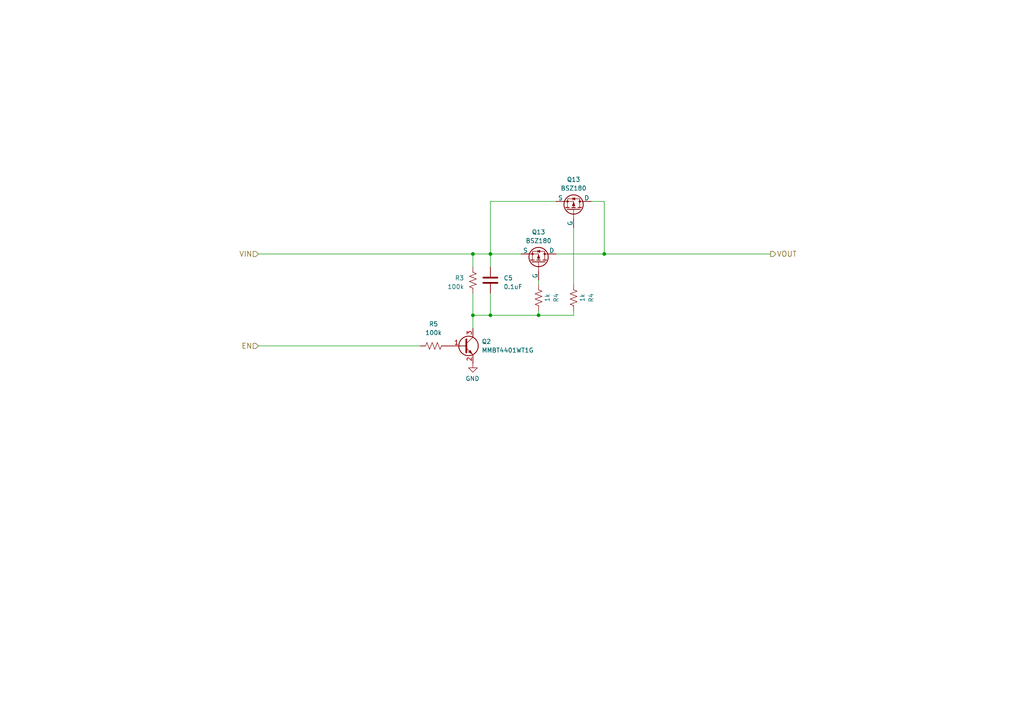
<source format=kicad_sch>
(kicad_sch (version 20230121) (generator eeschema)
  (paper "A4")
  (title_block (title "Foras Promineo Payload Interface") (rev "B") (comment 1 "CH") (comment 2 "CH"))
  (lib_symbols
    (symbol "Device:C" (pin_numbers hide) (pin_names (offset 0.254))
      (property "Reference" "C" (at 0.635 2.54 0))
      (property "Value" "C" (at 0.635 -2.54 0))
      (symbol "C_0_1"
        (polyline (pts (xy -2.032 -0.762) (xy 2.032 -0.762)) (stroke (width 0.508)))
        (polyline (pts (xy -2.032 0.762) (xy 2.032 0.762)) (stroke (width 0.508)))
      )
      (symbol "C_1_1"
        (pin passive line (at 0 3.81 270) (length 2.794) (name "~") (number "1"))
        (pin passive line (at 0 -3.81 90) (length 2.794) (name "~") (number "2"))
      )
    )
    (symbol "Device:Q_NPN_BEC" (pin_names (offset 0) hide)
      (property "Reference" "Q" (at 5.08 1.27 0))
      (property "Value" "Q_NPN_BEC" (at 5.08 -1.27 0))
      (symbol "Q_NPN_BEC_0_1"
        (polyline (pts (xy 0.635 0.635) (xy 2.54 2.54)))
        (polyline (pts (xy 0.635 -0.635) (xy 2.54 -2.54) (xy 2.54 -2.54)))
        (polyline (pts (xy 0.635 1.905) (xy 0.635 -1.905) (xy 0.635 -1.905)) (stroke (width 0.508)))
        (polyline (pts (xy 1.27 -1.778) (xy 1.778 -1.27) (xy 2.286 -2.286) (xy 1.27 -1.778) (xy 1.27 -1.778)) (fill (type outline)))
        (circle (center 1.27 0) (radius 2.8194) (stroke (width 0.254)))
      )
      (symbol "Q_NPN_BEC_1_1"
        (pin input line (at -5.08 0 0) (length 5.715) (name "B") (number "1"))
        (pin passive line (at 2.54 -5.08 90) (length 2.54) (name "E") (number "2"))
        (pin passive line (at 2.54 5.08 270) (length 2.54) (name "C") (number "3"))
      )
    )
    (symbol "Device:R_US" (pin_numbers hide) (pin_names (offset 0))
      (property "Reference" "R" (at 2.54 0 90))
      (property "Value" "R_US" (at -2.54 0 90))
      (symbol "R_US_0_1"
        (polyline (pts (xy 0 -2.286) (xy 0 -2.54)))
        (polyline (pts (xy 0 2.286) (xy 0 2.54)))
        (polyline (pts (xy 0 -0.762) (xy 1.016 -1.143) (xy 0 -1.524) (xy -1.016 -1.905) (xy 0 -2.286)))
        (polyline (pts (xy 0 0.762) (xy 1.016 0.381) (xy 0 0) (xy -1.016 -0.381) (xy 0 -0.762)))
        (polyline (pts (xy 0 2.286) (xy 1.016 1.905) (xy 0 1.524) (xy -1.016 1.143) (xy 0 0.762)))
      )
      (symbol "R_US_1_1"
        (pin passive line (at 0 3.81 270) (length 1.27) (name "~") (number "1"))
        (pin passive line (at 0 -3.81 90) (length 1.27) (name "~") (number "2"))
      )
    )
    (symbol "SierraLobo:BSZ086" (pin_numbers hide) (pin_names (offset 0))
      (property "Reference" "Q" (at 3.556 0 0))
      (property "Value" "BSZ180P03NS3GATMA1" (at 13.716 -2.032 0))
      (symbol "BSZ086_0_1"
        (circle (center -0.889 0) (radius 2.794) (stroke (width 0.254)))
        (circle (center 0 -1.778) (radius 0.254) (fill (type outline)))
        (polyline (pts (xy -2.286 0) (xy -5.08 0)))
        (polyline (pts (xy -2.286 1.905) (xy -2.286 -1.905)) (stroke (width 0.254)))
        (polyline (pts (xy -1.778 -1.27) (xy -1.778 -2.286)) (stroke (width 0.254)))
        (polyline (pts (xy -1.778 0.508) (xy -1.778 -0.508)) (stroke (width 0.254)))
        (polyline (pts (xy -1.778 2.286) (xy -1.778 1.27)) (stroke (width 0.254)))
        (polyline (pts (xy 0 2.54) (xy 0 1.778)))
        (polyline (pts (xy 0 -2.54) (xy 0 0) (xy -1.778 0)))
        (polyline (pts (xy -1.778 -1.778) (xy 0.762 -1.778) (xy 0.762 1.778) (xy -1.778 1.778)))
        (polyline (pts (xy -0.254 0) (xy -1.27 -0.381) (xy -1.27 0.381) (xy -0.254 0)) (fill (type outline)))
        (polyline (pts (xy 1.143 -0.254) (xy 1.143 -0.254) (xy 0.381 -0.254) (xy 0.381 -0.254)))
        (circle (center 0 1.778) (radius 0.254) (fill (type outline)))
      )
      (symbol "BSZ086_1_1"
        (polyline (pts (xy 0.762 -0.254) (xy 1.143 0.381) (xy 0.381 0.381) (xy 0.762 -0.254)) (fill (type outline)))
        (pin passive line (at 0 -5.08 90) (length 2.54) (name "S") (number "1"))
        (pin input line (at -7.62 0 0) (length 2.54) (name "G") (number "4"))
        (pin passive line (at 0 5.08 270) (length 2.54) (name "D") (number "5"))
      )
    )
    (symbol "power:GND" (power) (pin_names (offset 0))
      (property "Value" "GND" (at 0 -3.81 0))
      (symbol "GND_0_1"
        (polyline (pts (xy 0 0) (xy 0 -1.27) (xy 1.27 -1.27) (xy 0 -2.54) (xy -1.27 -1.27) (xy 0 -1.27)))
      )
      (symbol "GND_1_1"
        (pin power_in line (at 0 0 270) (length 0) hide (name "GND") (number "1"))
      )
    )
  )
  (junction (at 142.24 73.66))
  (junction (at 142.24 91.44))
  (junction (at 137.16 73.66))
  (junction (at 175.26 73.66))
  (junction (at 156.21 91.44))
  (junction (at 137.16 91.44))
  (wire (pts (xy 137.16 73.66) (xy 142.24 73.66)))
  (wire (pts (xy 223.52 73.66) (xy 175.26 73.66)))
  (wire (pts (xy 156.21 91.44) (xy 156.21 90.17)))
  (wire (pts (xy 142.24 73.66) (xy 142.24 77.47)))
  (wire (pts (xy 137.16 77.47) (xy 137.16 73.66)))
  (wire (pts (xy 166.37 66.04) (xy 166.37 82.55)))
  (wire (pts (xy 166.37 91.44) (xy 156.21 91.44)))
  (wire (pts (xy 171.45 58.42) (xy 175.26 58.42)))
  (wire (pts (xy 142.24 73.66) (xy 151.13 73.66)))
  (wire (pts (xy 166.37 91.44) (xy 166.37 90.17)))
  (wire (pts (xy 74.93 100.33) (xy 121.92 100.33)))
  (wire (pts (xy 137.16 85.09) (xy 137.16 91.44)))
  (wire (pts (xy 175.26 58.42) (xy 175.26 73.66)))
  (wire (pts (xy 156.21 82.55) (xy 156.21 81.28)))
  (wire (pts (xy 175.26 73.66) (xy 161.29 73.66)))
  (wire (pts (xy 142.24 58.42) (xy 142.24 73.66)))
  (wire (pts (xy 74.93 73.66) (xy 137.16 73.66)))
  (wire (pts (xy 137.16 91.44) (xy 142.24 91.44)))
  (wire (pts (xy 142.24 85.09) (xy 142.24 91.44)))
  (wire (pts (xy 142.24 91.44) (xy 156.21 91.44)))
  (wire (pts (xy 161.29 58.42) (xy 142.24 58.42)))
  (wire (pts (xy 137.16 91.44) (xy 137.16 95.25)))
  (hierarchical_label "VIN" (shape input) (at 74.93 73.66 180) (effects (font (size 1.524 1.524))))
  (hierarchical_label "EN" (shape input) (at 74.93 100.33 180) (effects (font (size 1.524 1.524))))
  (hierarchical_label "VOUT" (shape output) (at 223.52 73.66 0) (effects (font (size 1.524 1.524))))
  (symbol (lib_id "Device:R_US") (at 125.73 100.33 90) (unit 1)
    (property "Reference" "R5" (at 125.73 93.98 90))
    (property "Value" "100k" (at 125.73 96.52 90))
    (property "Footprint" "Resistor_SMD:R_0603_1608Metric" (effects hide))
    (instances (project "payload-interface-board" (path "" (reference "R5") (unit 1)) (path "" (reference "R36") (unit 1)) (path "" (reference "R40") (unit 1))))
  )
  (symbol (lib_id "Device:C") (at 142.24 81.28 0) (unit 1)
    (property "Reference" "C5" (at 146.05 80.645 0) (effects (justify left)))
    (property "Value" "0.1uF" (at 146.05 83.185 0) (effects (justify left)))
    (property "Footprint" "Capacitor_SMD:C_0603_1608Metric" (effects hide))
    (property "Description" "CAP CER 0.1UF 50V X7R 0402" (effects hide))
    (property "Manufacturer" "TDK" (effects hide))
    (property "Mfr. Part No" "CGA2B3X7R1H104K050BE" (effects hide))
    (instances (project "payload-interface-board" (path "" (reference "C5") (unit 1)) (path "" (reference "C13") (unit 1)) (path "" (reference "C14") (unit 1))))
  )
  (symbol (lib_id "Device:R_US") (at 156.21 86.36 0) (unit 1)
    (property "Reference" "R4" (at 161.29 86.36 90))
    (property "Value" "1k" (at 158.75 86.36 90))
    (property "Footprint" "Resistor_SMD:R_0603_1608Metric" (effects hide))
    (instances (project "payload-interface-board" (path "" (reference "R4") (unit 1)) (path "" (reference "R34") (unit 1)) (path "" (reference "R38") (unit 1))))
  )
  (symbol (lib_id "power:GND") (at 137.16 105.41 0) (mirror y) (unit 1)
    (property "Reference" "#PWR012" (effects hide))
    (property "Value" "GND" (at 137.033 109.8042 0))
    (instances (project "payload-interface-board" (path "" (reference "#PWR012") (unit 1)) (path "" (reference "#PWR053") (unit 1)) (path "" (reference "#PWR054") (unit 1))))
  )
  (symbol (lib_id "SierraLobo:BSZ086") (at 166.37 58.42 270) (mirror x) (unit 1)
    (property "Reference" "Q13" (at 166.37 52.07 90))
    (property "Value" "BSZ180" (at 166.37 54.61 90))
    (property "Footprint" "SierraLobo:PG-TSDSON-8_3.3x3.3mm" (effects hide))
    (property "Datasheet" "BSZ180P03NS3GATMA1" (effects hide))
    (instances (project "mainboard" (path "" (reference "Q13") (unit 1)) (path "" (reference "Q45") (unit 1))) (project "payload-interface-board" (path "" (reference "Q1") (unit 1)) (path "" (reference "Q4") (unit 1)) (path "" (reference "Q7") (unit 1))))
  )
  (symbol (lib_id "Device:Q_NPN_BEC") (at 134.62 100.33 0) (unit 1)
    (property "Reference" "Q2" (at 139.7 99.0599 0) (effects (justify left)))
    (property "Value" "MMBT4401WT1G" (at 139.7 101.5999 0) (effects (justify left)))
    (property "Footprint" "Package_TO_SOT_SMD:SOT-323_SC-70" (effects hide))
    (instances (project "payload-interface-board" (path "" (reference "Q2") (unit 1)) (path "" (reference "Q6") (unit 1)) (path "" (reference "Q9") (unit 1))))
  )
  (symbol (lib_id "Device:R_US") (at 166.37 86.36 0) (unit 1)
    (property "Reference" "R4" (at 171.45 86.36 90))
    (property "Value" "1k" (at 168.91 86.36 90))
    (property "Footprint" "Resistor_SMD:R_0603_1608Metric" (effects hide))
    (instances (project "payload-interface-board" (path "" (reference "R4") (unit 1)) (path "" (reference "R35") (unit 1)) (path "" (reference "R39") (unit 1))))
  )
  (symbol (lib_id "SierraLobo:BSZ086") (at 156.21 73.66 270) (mirror x) (unit 1)
    (property "Reference" "Q13" (at 156.21 67.31 90))
    (property "Value" "BSZ180" (at 156.21 69.85 90))
    (property "Footprint" "SierraLobo:PG-TSDSON-8_3.3x3.3mm" (effects hide))
    (property "Datasheet" "BSZ180P03NS3GATMA1" (effects hide))
    (instances (project "mainboard" (path "" (reference "Q13") (unit 1)) (path "" (reference "Q45") (unit 1))) (project "payload-interface-board" (path "" (reference "Q1") (unit 1)) (path "" (reference "Q5") (unit 1)) (path "" (reference "Q8") (unit 1))))
  )
  (symbol (lib_id "Device:R_US") (at 137.16 81.28 0) (unit 1)
    (property "Reference" "R3" (at 134.62 80.645 0) (effects (justify right)))
    (property "Value" "100k" (at 134.62 83.185 0) (effects (justify right)))
    (property "Footprint" "Resistor_SMD:R_0603_1608Metric" (effects hide))
    (instances (project "payload-interface-board" (path "" (reference "R3") (unit 1)) (path "" (reference "R33") (unit 1)) (path "" (reference "R37") (unit 1))))
  )
)
</source>
